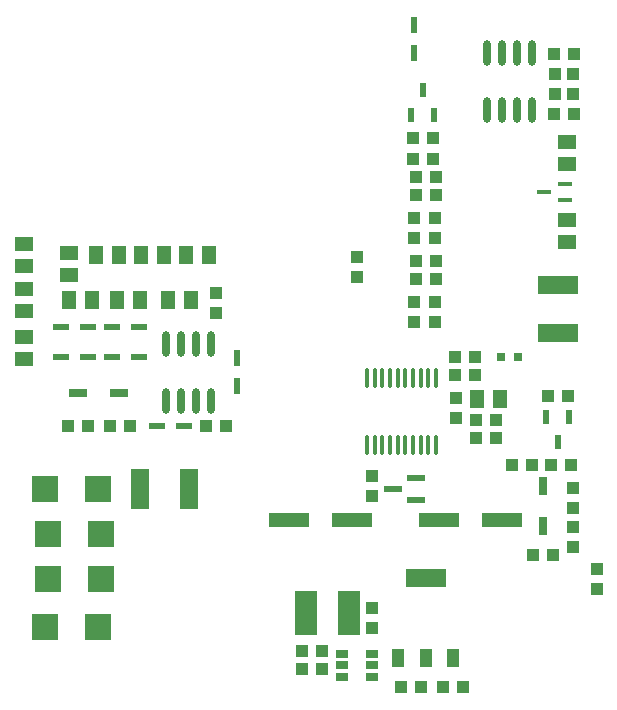
<source format=gtp>
%FSDAX24Y24*%
%MOIN*%
%SFA1B1*%

%IPPOS*%
%ADD17R,0.039400X0.043300*%
%ADD18R,0.133900X0.063000*%
%ADD19R,0.031500X0.031500*%
%ADD20R,0.043300X0.039400*%
%ADD21R,0.051200X0.059100*%
%ADD22R,0.063000X0.133900*%
%ADD23O,0.023600X0.086600*%
%ADD24R,0.059100X0.051200*%
%ADD25R,0.021700X0.057100*%
%ADD26R,0.023600X0.051200*%
%ADD27R,0.051200X0.015700*%
%ADD28R,0.031500X0.063000*%
%ADD29R,0.059100X0.023600*%
%ADD30R,0.137800X0.047200*%
%ADD31R,0.043300X0.061000*%
%ADD32R,0.043300X0.061000*%
%ADD33R,0.135800X0.061000*%
%ADD34R,0.039400X0.027600*%
%ADD35R,0.090600X0.090600*%
%ADD36R,0.057100X0.021700*%
%ADD37R,0.063000X0.031500*%
%ADD38R,0.074800X0.145700*%
%ADD39O,0.013800X0.070900*%
%LNde-260924-1*%
%LPD*%
G54D17*
X037173Y022763D03*
Y023432D03*
X029173Y033163D03*
Y033832D03*
X032473Y029132D03*
Y028463D03*
X031773Y032332D03*
Y031663D03*
X031073Y032332D03*
Y031663D03*
X031773Y034463D03*
Y035132D03*
X031073D03*
Y034463D03*
X035773Y039932D03*
Y039263D03*
X036373D03*
Y039932D03*
Y026132D03*
Y025463D03*
Y024832D03*
Y024163D03*
X029673Y025863D03*
Y026532D03*
Y022132D03*
Y021463D03*
X024473Y032632D03*
Y031963D03*
G54D18*
X035873Y032905D03*
Y031291D03*
G54D19*
X033978Y030498D03*
X034569D03*
G54D20*
X033108Y029898D03*
X032439D03*
X033808Y028398D03*
X033139D03*
X033808Y027798D03*
X033139D03*
X035708Y023898D03*
X035039D03*
X031808Y033098D03*
X031139D03*
Y033698D03*
X031808D03*
Y035898D03*
X031139D03*
Y036498D03*
X031808D03*
X031708Y037098D03*
X031039D03*
X031708Y037798D03*
X031039D03*
X035739Y040598D03*
X036408D03*
Y038598D03*
X035739D03*
X036208Y029198D03*
X035539D03*
X035639Y026898D03*
X036308D03*
X034339D03*
X035008D03*
X032708Y019498D03*
X032039D03*
X030639D03*
X031308D03*
X027339Y020698D03*
X028008D03*
X027339Y020098D03*
X028008D03*
X019539Y028198D03*
X020208D03*
X020939D03*
X021608D03*
X024808D03*
X024139D03*
X032439Y030498D03*
X033108D03*
G54D21*
X033947Y029098D03*
X033199D03*
X022899Y032398D03*
X023647D03*
X021947D03*
X021199D03*
X020347D03*
X019599D03*
X020499Y033898D03*
X021247D03*
X023499D03*
X024247D03*
X021999D03*
X022747D03*
G54D22*
X023580Y026098D03*
X021966D03*
G54D23*
X024323Y030943D03*
X023823D03*
X023323D03*
X022823D03*
X024323Y029053D03*
X023823D03*
X023323D03*
X022823D03*
X033523Y038753D03*
X034023D03*
X034523D03*
X035023D03*
X033523Y040643D03*
X034023D03*
X034523D03*
X035023D03*
G54D24*
X018073Y032024D03*
Y032772D03*
Y030424D03*
Y031172D03*
Y033524D03*
Y034272D03*
X036173Y036924D03*
Y037672D03*
Y035072D03*
Y034324D03*
X019573Y033224D03*
Y033972D03*
G54D25*
X031073Y040635D03*
Y041560D03*
X025173Y030460D03*
Y029535D03*
G54D26*
X030999Y038584D03*
X031747D03*
X031373Y039411D03*
X036247Y028511D03*
X035499D03*
X035873Y027684D03*
G54D27*
X036128Y035742D03*
Y036254D03*
X035419Y035998D03*
G54D28*
X035373Y024859D03*
Y026198D03*
G54D29*
X030399Y026098D03*
X031147Y026472D03*
Y025724D03*
G54D30*
X029015Y025068D03*
X026912D03*
X031932Y025069D03*
X034034D03*
G54D31*
X030568Y020469D03*
G54D32*
X031473Y020469D03*
X032379D03*
G54D33*
X031473Y023126D03*
G54D34*
X028673Y020598D03*
Y020224D03*
Y019850D03*
X029697Y020598D03*
Y020224D03*
Y019850D03*
G54D35*
X020659Y024598D03*
X018887D03*
X020659Y023098D03*
X018887D03*
X018787Y021498D03*
X020559D03*
X018787Y026098D03*
X020559D03*
G54D36*
X019311Y031498D03*
X020236D03*
X021936D03*
X021011D03*
Y030498D03*
X021936D03*
X020236D03*
X019311D03*
X022511Y028198D03*
X023436D03*
G54D37*
X021243Y029298D03*
X019904D03*
G54D38*
X027497Y021974D03*
X028915D03*
G54D39*
X031825Y029820D03*
X031569D03*
X031313D03*
X031057D03*
X030801D03*
X030545D03*
X030289D03*
X030033D03*
X029778D03*
X029522D03*
X031825Y027576D03*
X031569D03*
X031313D03*
X031057D03*
X030801D03*
X030545D03*
X030289D03*
X030033D03*
X029778D03*
X029522D03*
M02*
</source>
